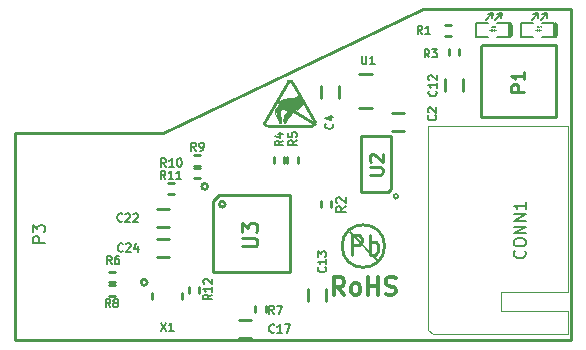
<source format=gbr>
G04 #@! TF.FileFunction,Legend,Top*
%FSLAX46Y46*%
G04 Gerber Fmt 4.6, Leading zero omitted, Abs format (unit mm)*
G04 Created by KiCad (PCBNEW no-vcs-found-undefined) date Thu Oct 27 09:39:44 2016*
%MOMM*%
%LPD*%
G01*
G04 APERTURE LIST*
%ADD10C,0.600000*%
%ADD11C,0.300000*%
%ADD12C,0.254000*%
%ADD13C,0.200000*%
%ADD14C,0.050000*%
%ADD15C,0.100000*%
%ADD16C,0.127000*%
%ADD17C,0.150000*%
%ADD18C,0.175000*%
G04 APERTURE END LIST*
D10*
D11*
X130335714Y-58678571D02*
X129835714Y-57964285D01*
X129478571Y-58678571D02*
X129478571Y-57178571D01*
X130050000Y-57178571D01*
X130192857Y-57250000D01*
X130264285Y-57321428D01*
X130335714Y-57464285D01*
X130335714Y-57678571D01*
X130264285Y-57821428D01*
X130192857Y-57892857D01*
X130050000Y-57964285D01*
X129478571Y-57964285D01*
X131192857Y-58678571D02*
X131050000Y-58607142D01*
X130978571Y-58535714D01*
X130907142Y-58392857D01*
X130907142Y-57964285D01*
X130978571Y-57821428D01*
X131050000Y-57750000D01*
X131192857Y-57678571D01*
X131407142Y-57678571D01*
X131550000Y-57750000D01*
X131621428Y-57821428D01*
X131692857Y-57964285D01*
X131692857Y-58392857D01*
X131621428Y-58535714D01*
X131550000Y-58607142D01*
X131407142Y-58678571D01*
X131192857Y-58678571D01*
X132335714Y-58678571D02*
X132335714Y-57178571D01*
X132335714Y-57892857D02*
X133192857Y-57892857D01*
X133192857Y-58678571D02*
X133192857Y-57178571D01*
X133835714Y-58607142D02*
X134050000Y-58678571D01*
X134407142Y-58678571D01*
X134550000Y-58607142D01*
X134621428Y-58535714D01*
X134692857Y-58392857D01*
X134692857Y-58250000D01*
X134621428Y-58107142D01*
X134550000Y-58035714D01*
X134407142Y-57964285D01*
X134121428Y-57892857D01*
X133978571Y-57821428D01*
X133907142Y-57750000D01*
X133835714Y-57607142D01*
X133835714Y-57464285D01*
X133907142Y-57321428D01*
X133978571Y-57250000D01*
X134121428Y-57178571D01*
X134478571Y-57178571D01*
X134692857Y-57250000D01*
D12*
X137000000Y-34500000D02*
X149500000Y-34500000D01*
X115000000Y-45000000D02*
X137000000Y-34500000D01*
X102500000Y-45000000D02*
X115000000Y-45000000D01*
X102500000Y-62500000D02*
X102500000Y-45000000D01*
X149500000Y-62500000D02*
X149500000Y-34500000D01*
X102500000Y-62500000D02*
X149500000Y-62500000D01*
X133749037Y-54535040D02*
G75*
G03X133749037Y-54535040I-1802237J0D01*
G01*
D13*
X130786020Y-53371720D02*
X133219340Y-55792340D01*
D12*
X125935420Y-40656760D02*
X127863280Y-44001940D01*
X123878020Y-44367700D02*
X127642300Y-44365160D01*
X123580840Y-44085760D02*
X125559500Y-40661840D01*
X125894780Y-40605960D02*
G75*
G03X125605220Y-40605960I-144780J-144780D01*
G01*
X123578300Y-44121320D02*
G75*
G03X123799280Y-44362620I231140J-10160D01*
G01*
X127649920Y-44365160D02*
G75*
G03X127873440Y-44070520I-35560J259080D01*
G01*
D14*
X125935420Y-43333920D02*
X125813500Y-43422820D01*
X125813500Y-43422820D02*
X125757620Y-43471080D01*
X125757620Y-43471080D02*
X125673800Y-43565060D01*
X125597600Y-43681900D02*
X125351220Y-44098460D01*
X125673800Y-43565060D02*
X125597600Y-43681900D01*
X125351220Y-44098460D02*
X125272480Y-44085760D01*
X125269940Y-44085760D02*
X125236920Y-44065440D01*
X125231840Y-44060360D02*
X125214060Y-44038750D01*
X125214060Y-44037500D02*
X125196280Y-43989240D01*
X125196280Y-43989240D02*
X125186020Y-43915580D01*
X125186120Y-43915580D02*
X125183580Y-43788580D01*
X125183580Y-43788580D02*
X125198820Y-43653960D01*
X125198820Y-43653960D02*
X125231840Y-43532040D01*
X125231840Y-43526960D02*
X125275020Y-43438060D01*
X125275020Y-43438060D02*
X125328360Y-43359320D01*
X125328360Y-43359320D02*
X125574740Y-43135800D01*
X125572200Y-43138340D02*
X125076900Y-42833540D01*
X125076900Y-42833540D02*
X124998160Y-42973240D01*
X124998160Y-42973240D02*
X124914340Y-43097700D01*
X124914340Y-43097700D02*
X124911800Y-43156120D01*
X124909260Y-43156120D02*
X124924500Y-43224700D01*
X124924500Y-43224700D02*
X124911800Y-43511720D01*
X124911800Y-43511720D02*
X124942280Y-43570140D01*
X124942280Y-43570140D02*
X124972760Y-43653960D01*
X124972760Y-43653960D02*
X124995620Y-43778420D01*
X124995620Y-43778420D02*
X125003240Y-43890180D01*
X125003240Y-43890180D02*
X124988000Y-44004480D01*
X124988000Y-44004480D02*
X124957520Y-44073060D01*
X124957520Y-44073060D02*
X124916880Y-44106080D01*
X124916880Y-44106080D02*
X124876240Y-44116240D01*
X124876240Y-44116240D02*
X124835600Y-44101000D01*
X124830520Y-44098460D02*
X124802580Y-44067980D01*
X124802580Y-44067980D02*
X124515560Y-43252640D01*
X124513020Y-43255180D02*
X124500320Y-43194220D01*
X124500320Y-43191680D02*
X124500320Y-43077380D01*
X124500320Y-43074840D02*
X124515560Y-42983400D01*
X124515560Y-42980000D02*
X124584140Y-42840000D01*
X124584140Y-42843700D02*
X124716220Y-42640500D01*
X124914340Y-42320460D02*
X125008320Y-42201080D01*
X125008320Y-42201080D02*
X125051500Y-42155360D01*
X125054040Y-42152820D02*
X125087060Y-42129960D01*
X125087060Y-42129960D02*
X125158180Y-42109640D01*
X125158180Y-42109640D02*
X125821120Y-42020740D01*
X125821120Y-42020740D02*
X126092900Y-41972480D01*
X126095440Y-41975020D02*
X126209740Y-41926760D01*
X126209740Y-41926760D02*
X126382460Y-41817540D01*
X126387540Y-41817540D02*
X126791400Y-42516040D01*
X126791400Y-42516040D02*
X126659320Y-42637960D01*
X126656780Y-42640500D02*
X126557720Y-42782740D01*
X126451040Y-42891960D02*
X126240220Y-43090080D01*
X126562800Y-42780200D02*
X126448500Y-42894500D01*
D12*
X125064200Y-42297600D02*
X126207200Y-42963080D01*
X125269940Y-42231560D02*
X126293560Y-42869100D01*
X125541720Y-42162980D02*
X126430720Y-42737020D01*
X125843980Y-42127420D02*
X126542480Y-42587160D01*
X126108140Y-42084240D02*
X126644080Y-42470320D01*
X126263080Y-42018200D02*
X126489140Y-42208700D01*
X125160720Y-42229020D02*
X126138620Y-42084240D01*
X126346900Y-41967400D02*
X126527240Y-42264580D01*
X126522160Y-42589700D02*
X126344360Y-42810680D01*
X124830520Y-42673520D02*
X124629860Y-43049440D01*
X124985460Y-42724320D02*
X124698440Y-43163740D01*
X124601920Y-43128180D02*
X124873700Y-43961300D01*
X124797500Y-43085000D02*
X124779720Y-43486320D01*
X124779720Y-43493940D02*
X124871160Y-43819060D01*
X125325820Y-43722540D02*
X125305500Y-43971460D01*
X125399480Y-43478700D02*
X125325820Y-43722540D01*
X125755080Y-43153580D02*
X125399480Y-43478700D01*
X125503620Y-43580300D02*
X125810960Y-43255180D01*
X125305500Y-43971460D02*
X125503620Y-43580300D01*
X124629860Y-42272200D02*
X127842960Y-44212760D01*
X124843220Y-42554140D02*
X125948120Y-43219620D01*
D15*
X137450000Y-44400000D02*
X137450000Y-61600000D01*
X137450000Y-61600000D02*
X137850000Y-62000000D01*
X137850000Y-62000000D02*
X149250000Y-62000000D01*
X149250000Y-62000000D02*
X149250000Y-60000000D01*
X149250000Y-60000000D02*
X143650000Y-60000000D01*
X143650000Y-60000000D02*
X143650000Y-58400000D01*
X143650000Y-58400000D02*
X149250000Y-58400000D01*
X149250000Y-58400000D02*
X149250000Y-44400000D01*
X149250000Y-44400000D02*
X137450000Y-44400000D01*
D12*
X134342000Y-44762000D02*
X135358000Y-44762000D01*
X134342000Y-43238000D02*
X135358000Y-43238000D01*
X129912000Y-41969000D02*
X129912000Y-40953000D01*
X128388000Y-41969000D02*
X128388000Y-40953000D01*
X138888000Y-41408000D02*
X138888000Y-40392000D01*
X140412000Y-41408000D02*
X140412000Y-40392000D01*
X128812000Y-59208000D02*
X128812000Y-58192000D01*
X127288000Y-59208000D02*
X127288000Y-58192000D01*
X122458000Y-62312000D02*
X121442000Y-62312000D01*
X122458000Y-60788000D02*
X121442000Y-60788000D01*
X115508000Y-51388000D02*
X114492000Y-51388000D01*
X115508000Y-52912000D02*
X114492000Y-52912000D01*
X115458000Y-55462000D02*
X114442000Y-55462000D01*
X115458000Y-53938000D02*
X114442000Y-53938000D01*
D16*
X145341001Y-35665800D02*
X146357001Y-35665800D01*
X145341001Y-36834200D02*
X146357001Y-36834200D01*
X145341001Y-35665800D02*
X145341001Y-36834200D01*
X148135001Y-36834200D02*
X147119001Y-36834200D01*
X147119001Y-35615000D02*
X148135001Y-35615000D01*
D15*
X146478001Y-36250000D02*
X146998001Y-36250000D01*
X146648001Y-36140000D02*
X146648001Y-36360000D01*
X146648001Y-36140000D02*
X146758001Y-36240000D01*
X146648001Y-36360000D02*
X146748001Y-36260000D01*
X146838001Y-36140000D02*
X146838001Y-36360000D01*
D14*
X146628001Y-36000000D02*
X146758001Y-35890000D01*
X146768001Y-35870000D02*
X146688001Y-35880000D01*
X146768001Y-35870000D02*
X146768001Y-35950000D01*
X146958001Y-35870000D02*
X146958001Y-35950000D01*
X146958001Y-35870000D02*
X146878001Y-35880000D01*
X146818001Y-36000000D02*
X146948001Y-35890000D01*
D17*
X146191901Y-35386400D02*
X146738001Y-34814900D01*
X146750701Y-34814900D02*
X146331601Y-34903800D01*
X146750701Y-34827600D02*
X146699901Y-35221300D01*
X147538101Y-34827600D02*
X147487301Y-35221300D01*
X147538101Y-34814900D02*
X147119001Y-34903800D01*
X146979301Y-35386400D02*
X147525401Y-34814900D01*
D12*
X148147701Y-35678500D02*
X148300101Y-35805500D01*
X148147701Y-36770700D02*
X148287401Y-36643700D01*
X148300101Y-35805500D02*
X148300101Y-36631000D01*
X148135001Y-36732600D02*
X148135001Y-35691200D01*
X144285001Y-36732600D02*
X144285001Y-35691200D01*
X144450101Y-35805500D02*
X144450101Y-36631000D01*
X144297701Y-36770700D02*
X144437401Y-36643700D01*
X144297701Y-35678500D02*
X144450101Y-35805500D01*
D17*
X143129301Y-35386400D02*
X143675401Y-34814900D01*
X143688101Y-34814900D02*
X143269001Y-34903800D01*
X143688101Y-34827600D02*
X143637301Y-35221300D01*
X142900701Y-34827600D02*
X142849901Y-35221300D01*
X142900701Y-34814900D02*
X142481601Y-34903800D01*
X142341901Y-35386400D02*
X142888001Y-34814900D01*
D14*
X142968001Y-36000000D02*
X143098001Y-35890000D01*
X143108001Y-35870000D02*
X143028001Y-35880000D01*
X143108001Y-35870000D02*
X143108001Y-35950000D01*
X142918001Y-35870000D02*
X142918001Y-35950000D01*
X142918001Y-35870000D02*
X142838001Y-35880000D01*
X142778001Y-36000000D02*
X142908001Y-35890000D01*
D15*
X142988001Y-36140000D02*
X142988001Y-36360000D01*
X142798001Y-36360000D02*
X142898001Y-36260000D01*
X142798001Y-36140000D02*
X142908001Y-36240000D01*
X142798001Y-36140000D02*
X142798001Y-36360000D01*
X142628001Y-36250000D02*
X143148001Y-36250000D01*
D16*
X143269001Y-35615000D02*
X144285001Y-35615000D01*
X144285001Y-36834200D02*
X143269001Y-36834200D01*
X141491001Y-35665800D02*
X141491001Y-36834200D01*
X141491001Y-36834200D02*
X142507001Y-36834200D01*
X141491001Y-35665800D02*
X142507001Y-35665800D01*
D12*
X139150000Y-35855500D02*
X139404000Y-35855500D01*
X139150000Y-35855500D02*
X138896000Y-35855500D01*
X139150000Y-36744500D02*
X138896000Y-36744500D01*
X139150000Y-36744500D02*
X139404000Y-36744500D01*
X129244500Y-51000000D02*
X129244500Y-50746000D01*
X129244500Y-51000000D02*
X129244500Y-51254000D01*
X128355500Y-51000000D02*
X128355500Y-51254000D01*
X128355500Y-51000000D02*
X128355500Y-50746000D01*
X139205500Y-38100000D02*
X139205500Y-37846000D01*
X139205500Y-38100000D02*
X139205500Y-38354000D01*
X140094500Y-38100000D02*
X140094500Y-38354000D01*
X140094500Y-38100000D02*
X140094500Y-37846000D01*
X125244500Y-47250000D02*
X125244500Y-46996000D01*
X125244500Y-47250000D02*
X125244500Y-47504000D01*
X124355500Y-47250000D02*
X124355500Y-47504000D01*
X124355500Y-47250000D02*
X124355500Y-46996000D01*
X125505500Y-47250000D02*
X125505500Y-46996000D01*
X125505500Y-47250000D02*
X125505500Y-47504000D01*
X126394500Y-47250000D02*
X126394500Y-47504000D01*
X126394500Y-47250000D02*
X126394500Y-46996000D01*
X110650000Y-56705500D02*
X110396000Y-56705500D01*
X110650000Y-56705500D02*
X110904000Y-56705500D01*
X110650000Y-57594500D02*
X110904000Y-57594500D01*
X110650000Y-57594500D02*
X110396000Y-57594500D01*
X122805500Y-59900000D02*
X122805500Y-60154000D01*
X122805500Y-59900000D02*
X122805500Y-59646000D01*
X123694500Y-59900000D02*
X123694500Y-59646000D01*
X123694500Y-59900000D02*
X123694500Y-60154000D01*
X110650000Y-57855500D02*
X110904000Y-57855500D01*
X110650000Y-57855500D02*
X110396000Y-57855500D01*
X110650000Y-58744500D02*
X110396000Y-58744500D01*
X110650000Y-58744500D02*
X110904000Y-58744500D01*
X117900000Y-47744500D02*
X118154000Y-47744500D01*
X117900000Y-47744500D02*
X117646000Y-47744500D01*
X117900000Y-46855500D02*
X117646000Y-46855500D01*
X117900000Y-46855500D02*
X118154000Y-46855500D01*
X117900000Y-47905500D02*
X118154000Y-47905500D01*
X117900000Y-47905500D02*
X117646000Y-47905500D01*
X117900000Y-48794500D02*
X117646000Y-48794500D01*
X117900000Y-48794500D02*
X118154000Y-48794500D01*
X115708000Y-49205500D02*
X115962000Y-49205500D01*
X115708000Y-49205500D02*
X115454000Y-49205500D01*
X115708000Y-50094500D02*
X115454000Y-50094500D01*
X115708000Y-50094500D02*
X115962000Y-50094500D01*
X117155500Y-58250000D02*
X117155500Y-58504000D01*
X117155500Y-58250000D02*
X117155500Y-57996000D01*
X118044500Y-58250000D02*
X118044500Y-57996000D01*
X118044500Y-58250000D02*
X118044500Y-58504000D01*
X131591200Y-42809700D02*
X132721500Y-42809700D01*
X131591200Y-40003000D02*
X132721500Y-40003000D01*
D16*
X134911266Y-50325420D02*
G75*
G03X134911266Y-50325420I-197566J0D01*
G01*
D12*
X131785080Y-45202240D02*
X134314920Y-45202240D01*
X134314920Y-45202240D02*
X134314920Y-49733600D01*
X134314920Y-49733600D02*
X134048220Y-49997760D01*
X134048220Y-49997760D02*
X131785080Y-49997760D01*
X131785080Y-49997760D02*
X131785080Y-45202240D01*
X119760000Y-50240000D02*
X119260000Y-50740000D01*
X119260000Y-50740000D02*
X119260000Y-56740000D01*
X119260000Y-56740000D02*
X125760000Y-56740000D01*
X125760000Y-56740000D02*
X125760000Y-50240000D01*
X125760000Y-50240000D02*
X119760000Y-50240000D01*
X120256950Y-50990000D02*
G75*
G03X120256950Y-50990000I-246950J0D01*
G01*
X118754970Y-49490000D02*
G75*
G03X118754970Y-49490000I-244970J0D01*
G01*
X113649000Y-57607000D02*
G75*
G03X113649000Y-57607000I-254000J0D01*
G01*
X114030000Y-59004000D02*
X114030000Y-58496000D01*
X116570000Y-59004000D02*
X116570000Y-58496000D01*
X141950400Y-43613240D02*
X141947860Y-37557880D01*
X141945320Y-43615780D02*
X148254680Y-43615780D01*
X148254680Y-43615780D02*
X148254680Y-37535020D01*
X148254680Y-37535020D02*
X141960560Y-37535020D01*
X130992211Y-55283767D02*
X130992211Y-53583767D01*
X131563640Y-53583767D01*
X131706497Y-53664720D01*
X131777925Y-53745672D01*
X131849354Y-53907577D01*
X131849354Y-54150434D01*
X131777925Y-54312339D01*
X131706497Y-54393291D01*
X131563640Y-54474243D01*
X130992211Y-54474243D01*
X132492211Y-55283767D02*
X132492211Y-53583767D01*
X132492211Y-54231386D02*
X132635068Y-54150434D01*
X132920782Y-54150434D01*
X133063640Y-54231386D01*
X133135068Y-54312339D01*
X133206497Y-54474243D01*
X133206497Y-54959958D01*
X133135068Y-55121862D01*
X133063640Y-55202815D01*
X132920782Y-55283767D01*
X132635068Y-55283767D01*
X132492211Y-55202815D01*
D17*
X104974880Y-54284595D02*
X103974880Y-54284595D01*
X103974880Y-53903642D01*
X104022500Y-53808404D01*
X104070119Y-53760785D01*
X104165357Y-53713166D01*
X104308214Y-53713166D01*
X104403452Y-53760785D01*
X104451071Y-53808404D01*
X104498690Y-53903642D01*
X104498690Y-54284595D01*
X103974880Y-53379833D02*
X103974880Y-52760785D01*
X104355833Y-53094119D01*
X104355833Y-52951261D01*
X104403452Y-52856023D01*
X104451071Y-52808404D01*
X104546309Y-52760785D01*
X104784404Y-52760785D01*
X104879642Y-52808404D01*
X104927261Y-52856023D01*
X104974880Y-52951261D01*
X104974880Y-53236976D01*
X104927261Y-53332214D01*
X104879642Y-53379833D01*
X145607142Y-54938095D02*
X145654761Y-54985714D01*
X145702380Y-55128571D01*
X145702380Y-55223809D01*
X145654761Y-55366666D01*
X145559523Y-55461904D01*
X145464285Y-55509523D01*
X145273809Y-55557142D01*
X145130952Y-55557142D01*
X144940476Y-55509523D01*
X144845238Y-55461904D01*
X144750000Y-55366666D01*
X144702380Y-55223809D01*
X144702380Y-55128571D01*
X144750000Y-54985714D01*
X144797619Y-54938095D01*
X144702380Y-54319047D02*
X144702380Y-54128571D01*
X144750000Y-54033333D01*
X144845238Y-53938095D01*
X145035714Y-53890476D01*
X145369047Y-53890476D01*
X145559523Y-53938095D01*
X145654761Y-54033333D01*
X145702380Y-54128571D01*
X145702380Y-54319047D01*
X145654761Y-54414285D01*
X145559523Y-54509523D01*
X145369047Y-54557142D01*
X145035714Y-54557142D01*
X144845238Y-54509523D01*
X144750000Y-54414285D01*
X144702380Y-54319047D01*
X145702380Y-53461904D02*
X144702380Y-53461904D01*
X145702380Y-52890476D01*
X144702380Y-52890476D01*
X145702380Y-52414285D02*
X144702380Y-52414285D01*
X145702380Y-51842857D01*
X144702380Y-51842857D01*
X145702380Y-50842857D02*
X145702380Y-51414285D01*
X145702380Y-51128571D02*
X144702380Y-51128571D01*
X144845238Y-51223809D01*
X144940476Y-51319047D01*
X144988095Y-51414285D01*
D18*
X138050000Y-43466666D02*
X138083333Y-43500000D01*
X138116666Y-43600000D01*
X138116666Y-43666666D01*
X138083333Y-43766666D01*
X138016666Y-43833333D01*
X137950000Y-43866666D01*
X137816666Y-43900000D01*
X137716666Y-43900000D01*
X137583333Y-43866666D01*
X137516666Y-43833333D01*
X137450000Y-43766666D01*
X137416666Y-43666666D01*
X137416666Y-43600000D01*
X137450000Y-43500000D01*
X137483333Y-43466666D01*
X137483333Y-43200000D02*
X137450000Y-43166666D01*
X137416666Y-43100000D01*
X137416666Y-42933333D01*
X137450000Y-42866666D01*
X137483333Y-42833333D01*
X137550000Y-42800000D01*
X137616666Y-42800000D01*
X137716666Y-42833333D01*
X138116666Y-43233333D01*
X138116666Y-42800000D01*
X129350000Y-44166666D02*
X129383333Y-44200000D01*
X129416666Y-44300000D01*
X129416666Y-44366666D01*
X129383333Y-44466666D01*
X129316666Y-44533333D01*
X129250000Y-44566666D01*
X129116666Y-44600000D01*
X129016666Y-44600000D01*
X128883333Y-44566666D01*
X128816666Y-44533333D01*
X128750000Y-44466666D01*
X128716666Y-44366666D01*
X128716666Y-44300000D01*
X128750000Y-44200000D01*
X128783333Y-44166666D01*
X128950000Y-43566666D02*
X129416666Y-43566666D01*
X128683333Y-43733333D02*
X129183333Y-43900000D01*
X129183333Y-43466666D01*
X138100000Y-41400000D02*
X138133333Y-41433333D01*
X138166666Y-41533333D01*
X138166666Y-41600000D01*
X138133333Y-41700000D01*
X138066666Y-41766666D01*
X138000000Y-41800000D01*
X137866666Y-41833333D01*
X137766666Y-41833333D01*
X137633333Y-41800000D01*
X137566666Y-41766666D01*
X137500000Y-41700000D01*
X137466666Y-41600000D01*
X137466666Y-41533333D01*
X137500000Y-41433333D01*
X137533333Y-41400000D01*
X138166666Y-40733333D02*
X138166666Y-41133333D01*
X138166666Y-40933333D02*
X137466666Y-40933333D01*
X137566666Y-41000000D01*
X137633333Y-41066666D01*
X137666666Y-41133333D01*
X137533333Y-40466666D02*
X137500000Y-40433333D01*
X137466666Y-40366666D01*
X137466666Y-40200000D01*
X137500000Y-40133333D01*
X137533333Y-40100000D01*
X137600000Y-40066666D01*
X137666666Y-40066666D01*
X137766666Y-40100000D01*
X138166666Y-40500000D01*
X138166666Y-40066666D01*
X128750000Y-56320000D02*
X128783333Y-56353333D01*
X128816666Y-56453333D01*
X128816666Y-56520000D01*
X128783333Y-56620000D01*
X128716666Y-56686666D01*
X128650000Y-56720000D01*
X128516666Y-56753333D01*
X128416666Y-56753333D01*
X128283333Y-56720000D01*
X128216666Y-56686666D01*
X128150000Y-56620000D01*
X128116666Y-56520000D01*
X128116666Y-56453333D01*
X128150000Y-56353333D01*
X128183333Y-56320000D01*
X128816666Y-55653333D02*
X128816666Y-56053333D01*
X128816666Y-55853333D02*
X128116666Y-55853333D01*
X128216666Y-55920000D01*
X128283333Y-55986666D01*
X128316666Y-56053333D01*
X128116666Y-55420000D02*
X128116666Y-54986666D01*
X128383333Y-55220000D01*
X128383333Y-55120000D01*
X128416666Y-55053333D01*
X128450000Y-55020000D01*
X128516666Y-54986666D01*
X128683333Y-54986666D01*
X128750000Y-55020000D01*
X128783333Y-55053333D01*
X128816666Y-55120000D01*
X128816666Y-55320000D01*
X128783333Y-55386666D01*
X128750000Y-55420000D01*
X124400000Y-61800000D02*
X124366666Y-61833333D01*
X124266666Y-61866666D01*
X124200000Y-61866666D01*
X124100000Y-61833333D01*
X124033333Y-61766666D01*
X124000000Y-61700000D01*
X123966666Y-61566666D01*
X123966666Y-61466666D01*
X124000000Y-61333333D01*
X124033333Y-61266666D01*
X124100000Y-61200000D01*
X124200000Y-61166666D01*
X124266666Y-61166666D01*
X124366666Y-61200000D01*
X124400000Y-61233333D01*
X125066666Y-61866666D02*
X124666666Y-61866666D01*
X124866666Y-61866666D02*
X124866666Y-61166666D01*
X124800000Y-61266666D01*
X124733333Y-61333333D01*
X124666666Y-61366666D01*
X125300000Y-61166666D02*
X125766666Y-61166666D01*
X125466666Y-61866666D01*
X111550000Y-52400000D02*
X111516666Y-52433333D01*
X111416666Y-52466666D01*
X111350000Y-52466666D01*
X111250000Y-52433333D01*
X111183333Y-52366666D01*
X111150000Y-52300000D01*
X111116666Y-52166666D01*
X111116666Y-52066666D01*
X111150000Y-51933333D01*
X111183333Y-51866666D01*
X111250000Y-51800000D01*
X111350000Y-51766666D01*
X111416666Y-51766666D01*
X111516666Y-51800000D01*
X111550000Y-51833333D01*
X111816666Y-51833333D02*
X111850000Y-51800000D01*
X111916666Y-51766666D01*
X112083333Y-51766666D01*
X112150000Y-51800000D01*
X112183333Y-51833333D01*
X112216666Y-51900000D01*
X112216666Y-51966666D01*
X112183333Y-52066666D01*
X111783333Y-52466666D01*
X112216666Y-52466666D01*
X112483333Y-51833333D02*
X112516666Y-51800000D01*
X112583333Y-51766666D01*
X112750000Y-51766666D01*
X112816666Y-51800000D01*
X112850000Y-51833333D01*
X112883333Y-51900000D01*
X112883333Y-51966666D01*
X112850000Y-52066666D01*
X112450000Y-52466666D01*
X112883333Y-52466666D01*
X111600000Y-54950000D02*
X111566666Y-54983333D01*
X111466666Y-55016666D01*
X111400000Y-55016666D01*
X111300000Y-54983333D01*
X111233333Y-54916666D01*
X111200000Y-54850000D01*
X111166666Y-54716666D01*
X111166666Y-54616666D01*
X111200000Y-54483333D01*
X111233333Y-54416666D01*
X111300000Y-54350000D01*
X111400000Y-54316666D01*
X111466666Y-54316666D01*
X111566666Y-54350000D01*
X111600000Y-54383333D01*
X111866666Y-54383333D02*
X111900000Y-54350000D01*
X111966666Y-54316666D01*
X112133333Y-54316666D01*
X112200000Y-54350000D01*
X112233333Y-54383333D01*
X112266666Y-54450000D01*
X112266666Y-54516666D01*
X112233333Y-54616666D01*
X111833333Y-55016666D01*
X112266666Y-55016666D01*
X112866666Y-54550000D02*
X112866666Y-55016666D01*
X112700000Y-54283333D02*
X112533333Y-54783333D01*
X112966666Y-54783333D01*
X136941333Y-36566666D02*
X136708000Y-36233333D01*
X136541333Y-36566666D02*
X136541333Y-35866666D01*
X136808000Y-35866666D01*
X136874666Y-35900000D01*
X136908000Y-35933333D01*
X136941333Y-36000000D01*
X136941333Y-36100000D01*
X136908000Y-36166666D01*
X136874666Y-36200000D01*
X136808000Y-36233333D01*
X136541333Y-36233333D01*
X137608000Y-36566666D02*
X137208000Y-36566666D01*
X137408000Y-36566666D02*
X137408000Y-35866666D01*
X137341333Y-35966666D01*
X137274666Y-36033333D01*
X137208000Y-36066666D01*
D13*
X130461904Y-51183333D02*
X130080952Y-51450000D01*
X130461904Y-51640476D02*
X129661904Y-51640476D01*
X129661904Y-51335714D01*
X129700000Y-51259523D01*
X129738095Y-51221428D01*
X129814285Y-51183333D01*
X129928571Y-51183333D01*
X130004761Y-51221428D01*
X130042857Y-51259523D01*
X130080952Y-51335714D01*
X130080952Y-51640476D01*
X129738095Y-50878571D02*
X129700000Y-50840476D01*
X129661904Y-50764285D01*
X129661904Y-50573809D01*
X129700000Y-50497619D01*
X129738095Y-50459523D01*
X129814285Y-50421428D01*
X129890476Y-50421428D01*
X130004761Y-50459523D01*
X130461904Y-50916666D01*
X130461904Y-50421428D01*
D18*
X137533333Y-38566666D02*
X137300000Y-38233333D01*
X137133333Y-38566666D02*
X137133333Y-37866666D01*
X137400000Y-37866666D01*
X137466666Y-37900000D01*
X137500000Y-37933333D01*
X137533333Y-38000000D01*
X137533333Y-38100000D01*
X137500000Y-38166666D01*
X137466666Y-38200000D01*
X137400000Y-38233333D01*
X137133333Y-38233333D01*
X137766666Y-37866666D02*
X138200000Y-37866666D01*
X137966666Y-38133333D01*
X138066666Y-38133333D01*
X138133333Y-38166666D01*
X138166666Y-38200000D01*
X138200000Y-38266666D01*
X138200000Y-38433333D01*
X138166666Y-38500000D01*
X138133333Y-38533333D01*
X138066666Y-38566666D01*
X137866666Y-38566666D01*
X137800000Y-38533333D01*
X137766666Y-38500000D01*
X125166666Y-45616666D02*
X124833333Y-45850000D01*
X125166666Y-46016666D02*
X124466666Y-46016666D01*
X124466666Y-45750000D01*
X124500000Y-45683333D01*
X124533333Y-45650000D01*
X124600000Y-45616666D01*
X124700000Y-45616666D01*
X124766666Y-45650000D01*
X124800000Y-45683333D01*
X124833333Y-45750000D01*
X124833333Y-46016666D01*
X124700000Y-45016666D02*
X125166666Y-45016666D01*
X124433333Y-45183333D02*
X124933333Y-45350000D01*
X124933333Y-44916666D01*
X126316666Y-45566666D02*
X125983333Y-45800000D01*
X126316666Y-45966666D02*
X125616666Y-45966666D01*
X125616666Y-45700000D01*
X125650000Y-45633333D01*
X125683333Y-45600000D01*
X125750000Y-45566666D01*
X125850000Y-45566666D01*
X125916666Y-45600000D01*
X125950000Y-45633333D01*
X125983333Y-45700000D01*
X125983333Y-45966666D01*
X125616666Y-44933333D02*
X125616666Y-45266666D01*
X125950000Y-45300000D01*
X125916666Y-45266666D01*
X125883333Y-45200000D01*
X125883333Y-45033333D01*
X125916666Y-44966666D01*
X125950000Y-44933333D01*
X126016666Y-44900000D01*
X126183333Y-44900000D01*
X126250000Y-44933333D01*
X126283333Y-44966666D01*
X126316666Y-45033333D01*
X126316666Y-45200000D01*
X126283333Y-45266666D01*
X126250000Y-45300000D01*
X110633333Y-56066666D02*
X110400000Y-55733333D01*
X110233333Y-56066666D02*
X110233333Y-55366666D01*
X110500000Y-55366666D01*
X110566666Y-55400000D01*
X110600000Y-55433333D01*
X110633333Y-55500000D01*
X110633333Y-55600000D01*
X110600000Y-55666666D01*
X110566666Y-55700000D01*
X110500000Y-55733333D01*
X110233333Y-55733333D01*
X111233333Y-55366666D02*
X111100000Y-55366666D01*
X111033333Y-55400000D01*
X111000000Y-55433333D01*
X110933333Y-55533333D01*
X110900000Y-55666666D01*
X110900000Y-55933333D01*
X110933333Y-56000000D01*
X110966666Y-56033333D01*
X111033333Y-56066666D01*
X111166666Y-56066666D01*
X111233333Y-56033333D01*
X111266666Y-56000000D01*
X111300000Y-55933333D01*
X111300000Y-55766666D01*
X111266666Y-55700000D01*
X111233333Y-55666666D01*
X111166666Y-55633333D01*
X111033333Y-55633333D01*
X110966666Y-55666666D01*
X110933333Y-55700000D01*
X110900000Y-55766666D01*
X124383333Y-60266666D02*
X124150000Y-59933333D01*
X123983333Y-60266666D02*
X123983333Y-59566666D01*
X124250000Y-59566666D01*
X124316666Y-59600000D01*
X124350000Y-59633333D01*
X124383333Y-59700000D01*
X124383333Y-59800000D01*
X124350000Y-59866666D01*
X124316666Y-59900000D01*
X124250000Y-59933333D01*
X123983333Y-59933333D01*
X124616666Y-59566666D02*
X125083333Y-59566666D01*
X124783333Y-60266666D01*
X110533333Y-59716666D02*
X110300000Y-59383333D01*
X110133333Y-59716666D02*
X110133333Y-59016666D01*
X110400000Y-59016666D01*
X110466666Y-59050000D01*
X110500000Y-59083333D01*
X110533333Y-59150000D01*
X110533333Y-59250000D01*
X110500000Y-59316666D01*
X110466666Y-59350000D01*
X110400000Y-59383333D01*
X110133333Y-59383333D01*
X110933333Y-59316666D02*
X110866666Y-59283333D01*
X110833333Y-59250000D01*
X110800000Y-59183333D01*
X110800000Y-59150000D01*
X110833333Y-59083333D01*
X110866666Y-59050000D01*
X110933333Y-59016666D01*
X111066666Y-59016666D01*
X111133333Y-59050000D01*
X111166666Y-59083333D01*
X111200000Y-59150000D01*
X111200000Y-59183333D01*
X111166666Y-59250000D01*
X111133333Y-59283333D01*
X111066666Y-59316666D01*
X110933333Y-59316666D01*
X110866666Y-59350000D01*
X110833333Y-59383333D01*
X110800000Y-59450000D01*
X110800000Y-59583333D01*
X110833333Y-59650000D01*
X110866666Y-59683333D01*
X110933333Y-59716666D01*
X111066666Y-59716666D01*
X111133333Y-59683333D01*
X111166666Y-59650000D01*
X111200000Y-59583333D01*
X111200000Y-59450000D01*
X111166666Y-59383333D01*
X111133333Y-59350000D01*
X111066666Y-59316666D01*
X117783333Y-46466666D02*
X117550000Y-46133333D01*
X117383333Y-46466666D02*
X117383333Y-45766666D01*
X117650000Y-45766666D01*
X117716666Y-45800000D01*
X117750000Y-45833333D01*
X117783333Y-45900000D01*
X117783333Y-46000000D01*
X117750000Y-46066666D01*
X117716666Y-46100000D01*
X117650000Y-46133333D01*
X117383333Y-46133333D01*
X118116666Y-46466666D02*
X118250000Y-46466666D01*
X118316666Y-46433333D01*
X118350000Y-46400000D01*
X118416666Y-46300000D01*
X118450000Y-46166666D01*
X118450000Y-45900000D01*
X118416666Y-45833333D01*
X118383333Y-45800000D01*
X118316666Y-45766666D01*
X118183333Y-45766666D01*
X118116666Y-45800000D01*
X118083333Y-45833333D01*
X118050000Y-45900000D01*
X118050000Y-46066666D01*
X118083333Y-46133333D01*
X118116666Y-46166666D01*
X118183333Y-46200000D01*
X118316666Y-46200000D01*
X118383333Y-46166666D01*
X118416666Y-46133333D01*
X118450000Y-46066666D01*
X115250000Y-47816666D02*
X115016666Y-47483333D01*
X114850000Y-47816666D02*
X114850000Y-47116666D01*
X115116666Y-47116666D01*
X115183333Y-47150000D01*
X115216666Y-47183333D01*
X115250000Y-47250000D01*
X115250000Y-47350000D01*
X115216666Y-47416666D01*
X115183333Y-47450000D01*
X115116666Y-47483333D01*
X114850000Y-47483333D01*
X115916666Y-47816666D02*
X115516666Y-47816666D01*
X115716666Y-47816666D02*
X115716666Y-47116666D01*
X115650000Y-47216666D01*
X115583333Y-47283333D01*
X115516666Y-47316666D01*
X116350000Y-47116666D02*
X116416666Y-47116666D01*
X116483333Y-47150000D01*
X116516666Y-47183333D01*
X116550000Y-47250000D01*
X116583333Y-47383333D01*
X116583333Y-47550000D01*
X116550000Y-47683333D01*
X116516666Y-47750000D01*
X116483333Y-47783333D01*
X116416666Y-47816666D01*
X116350000Y-47816666D01*
X116283333Y-47783333D01*
X116250000Y-47750000D01*
X116216666Y-47683333D01*
X116183333Y-47550000D01*
X116183333Y-47383333D01*
X116216666Y-47250000D01*
X116250000Y-47183333D01*
X116283333Y-47150000D01*
X116350000Y-47116666D01*
X115200000Y-48866666D02*
X114966666Y-48533333D01*
X114800000Y-48866666D02*
X114800000Y-48166666D01*
X115066666Y-48166666D01*
X115133333Y-48200000D01*
X115166666Y-48233333D01*
X115200000Y-48300000D01*
X115200000Y-48400000D01*
X115166666Y-48466666D01*
X115133333Y-48500000D01*
X115066666Y-48533333D01*
X114800000Y-48533333D01*
X115866666Y-48866666D02*
X115466666Y-48866666D01*
X115666666Y-48866666D02*
X115666666Y-48166666D01*
X115600000Y-48266666D01*
X115533333Y-48333333D01*
X115466666Y-48366666D01*
X116533333Y-48866666D02*
X116133333Y-48866666D01*
X116333333Y-48866666D02*
X116333333Y-48166666D01*
X116266666Y-48266666D01*
X116200000Y-48333333D01*
X116133333Y-48366666D01*
X119116666Y-58650000D02*
X118783333Y-58883333D01*
X119116666Y-59050000D02*
X118416666Y-59050000D01*
X118416666Y-58783333D01*
X118450000Y-58716666D01*
X118483333Y-58683333D01*
X118550000Y-58650000D01*
X118650000Y-58650000D01*
X118716666Y-58683333D01*
X118750000Y-58716666D01*
X118783333Y-58783333D01*
X118783333Y-59050000D01*
X119116666Y-57983333D02*
X119116666Y-58383333D01*
X119116666Y-58183333D02*
X118416666Y-58183333D01*
X118516666Y-58250000D01*
X118583333Y-58316666D01*
X118616666Y-58383333D01*
X118483333Y-57716666D02*
X118450000Y-57683333D01*
X118416666Y-57616666D01*
X118416666Y-57450000D01*
X118450000Y-57383333D01*
X118483333Y-57350000D01*
X118550000Y-57316666D01*
X118616666Y-57316666D01*
X118716666Y-57350000D01*
X119116666Y-57750000D01*
X119116666Y-57316666D01*
X131816666Y-38416666D02*
X131816666Y-38983333D01*
X131850000Y-39050000D01*
X131883333Y-39083333D01*
X131950000Y-39116666D01*
X132083333Y-39116666D01*
X132150000Y-39083333D01*
X132183333Y-39050000D01*
X132216666Y-38983333D01*
X132216666Y-38416666D01*
X132916666Y-39116666D02*
X132516666Y-39116666D01*
X132716666Y-39116666D02*
X132716666Y-38416666D01*
X132650000Y-38516666D01*
X132583333Y-38583333D01*
X132516666Y-38616666D01*
D12*
X132497619Y-48488095D02*
X133388095Y-48488095D01*
X133492857Y-48435714D01*
X133545238Y-48383333D01*
X133597619Y-48278571D01*
X133597619Y-48069047D01*
X133545238Y-47964285D01*
X133492857Y-47911904D01*
X133388095Y-47859523D01*
X132497619Y-47859523D01*
X132602380Y-47388095D02*
X132550000Y-47335714D01*
X132497619Y-47230952D01*
X132497619Y-46969047D01*
X132550000Y-46864285D01*
X132602380Y-46811904D01*
X132707142Y-46759523D01*
X132811904Y-46759523D01*
X132969047Y-46811904D01*
X133597619Y-47440476D01*
X133597619Y-46759523D01*
X121704523Y-54567619D02*
X122732619Y-54567619D01*
X122853571Y-54507142D01*
X122914047Y-54446666D01*
X122974523Y-54325714D01*
X122974523Y-54083809D01*
X122914047Y-53962857D01*
X122853571Y-53902380D01*
X122732619Y-53841904D01*
X121704523Y-53841904D01*
X121704523Y-53358095D02*
X121704523Y-52571904D01*
X122188333Y-52995238D01*
X122188333Y-52813809D01*
X122248809Y-52692857D01*
X122309285Y-52632380D01*
X122430238Y-52571904D01*
X122732619Y-52571904D01*
X122853571Y-52632380D01*
X122914047Y-52692857D01*
X122974523Y-52813809D01*
X122974523Y-53176666D01*
X122914047Y-53297619D01*
X122853571Y-53358095D01*
D18*
X114783333Y-61016666D02*
X115250000Y-61716666D01*
X115250000Y-61016666D02*
X114783333Y-61716666D01*
X115883333Y-61716666D02*
X115483333Y-61716666D01*
X115683333Y-61716666D02*
X115683333Y-61016666D01*
X115616666Y-61116666D01*
X115550000Y-61183333D01*
X115483333Y-61216666D01*
D12*
X145597619Y-41461904D02*
X144497619Y-41461904D01*
X144497619Y-41042857D01*
X144550000Y-40938095D01*
X144602380Y-40885714D01*
X144707142Y-40833333D01*
X144864285Y-40833333D01*
X144969047Y-40885714D01*
X145021428Y-40938095D01*
X145073809Y-41042857D01*
X145073809Y-41461904D01*
X145597619Y-39785714D02*
X145597619Y-40414285D01*
X145597619Y-40100000D02*
X144497619Y-40100000D01*
X144654761Y-40204761D01*
X144759523Y-40309523D01*
X144811904Y-40414285D01*
M02*

</source>
